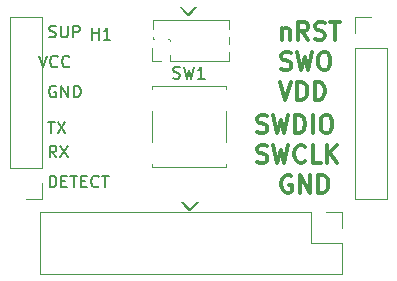
<source format=gto>
%TF.GenerationSoftware,KiCad,Pcbnew,7.0.1*%
%TF.CreationDate,2023-05-29T15:36:50+02:00*%
%TF.ProjectId,stlink-converter,73746c69-6e6b-42d6-936f-6e7665727465,rev?*%
%TF.SameCoordinates,Original*%
%TF.FileFunction,Legend,Top*%
%TF.FilePolarity,Positive*%
%FSLAX46Y46*%
G04 Gerber Fmt 4.6, Leading zero omitted, Abs format (unit mm)*
G04 Created by KiCad (PCBNEW 7.0.1) date 2023-05-29 15:36:50*
%MOMM*%
%LPD*%
G01*
G04 APERTURE LIST*
%ADD10C,0.200000*%
%ADD11C,0.300000*%
%ADD12C,0.150000*%
%ADD13C,0.120000*%
G04 APERTURE END LIST*
D10*
X97266095Y-82935619D02*
X97266095Y-81935619D01*
X97266095Y-81935619D02*
X97504190Y-81935619D01*
X97504190Y-81935619D02*
X97647047Y-81983238D01*
X97647047Y-81983238D02*
X97742285Y-82078476D01*
X97742285Y-82078476D02*
X97789904Y-82173714D01*
X97789904Y-82173714D02*
X97837523Y-82364190D01*
X97837523Y-82364190D02*
X97837523Y-82507047D01*
X97837523Y-82507047D02*
X97789904Y-82697523D01*
X97789904Y-82697523D02*
X97742285Y-82792761D01*
X97742285Y-82792761D02*
X97647047Y-82888000D01*
X97647047Y-82888000D02*
X97504190Y-82935619D01*
X97504190Y-82935619D02*
X97266095Y-82935619D01*
X98266095Y-82411809D02*
X98599428Y-82411809D01*
X98742285Y-82935619D02*
X98266095Y-82935619D01*
X98266095Y-82935619D02*
X98266095Y-81935619D01*
X98266095Y-81935619D02*
X98742285Y-81935619D01*
X99028000Y-81935619D02*
X99599428Y-81935619D01*
X99313714Y-82935619D02*
X99313714Y-81935619D01*
X99932762Y-82411809D02*
X100266095Y-82411809D01*
X100408952Y-82935619D02*
X99932762Y-82935619D01*
X99932762Y-82935619D02*
X99932762Y-81935619D01*
X99932762Y-81935619D02*
X100408952Y-81935619D01*
X101408952Y-82840380D02*
X101361333Y-82888000D01*
X101361333Y-82888000D02*
X101218476Y-82935619D01*
X101218476Y-82935619D02*
X101123238Y-82935619D01*
X101123238Y-82935619D02*
X100980381Y-82888000D01*
X100980381Y-82888000D02*
X100885143Y-82792761D01*
X100885143Y-82792761D02*
X100837524Y-82697523D01*
X100837524Y-82697523D02*
X100789905Y-82507047D01*
X100789905Y-82507047D02*
X100789905Y-82364190D01*
X100789905Y-82364190D02*
X100837524Y-82173714D01*
X100837524Y-82173714D02*
X100885143Y-82078476D01*
X100885143Y-82078476D02*
X100980381Y-81983238D01*
X100980381Y-81983238D02*
X101123238Y-81935619D01*
X101123238Y-81935619D02*
X101218476Y-81935619D01*
X101218476Y-81935619D02*
X101361333Y-81983238D01*
X101361333Y-81983238D02*
X101408952Y-82030857D01*
X101694667Y-81935619D02*
X102266095Y-81935619D01*
X101980381Y-82935619D02*
X101980381Y-81935619D01*
X97789904Y-74363238D02*
X97694666Y-74315619D01*
X97694666Y-74315619D02*
X97551809Y-74315619D01*
X97551809Y-74315619D02*
X97408952Y-74363238D01*
X97408952Y-74363238D02*
X97313714Y-74458476D01*
X97313714Y-74458476D02*
X97266095Y-74553714D01*
X97266095Y-74553714D02*
X97218476Y-74744190D01*
X97218476Y-74744190D02*
X97218476Y-74887047D01*
X97218476Y-74887047D02*
X97266095Y-75077523D01*
X97266095Y-75077523D02*
X97313714Y-75172761D01*
X97313714Y-75172761D02*
X97408952Y-75268000D01*
X97408952Y-75268000D02*
X97551809Y-75315619D01*
X97551809Y-75315619D02*
X97647047Y-75315619D01*
X97647047Y-75315619D02*
X97789904Y-75268000D01*
X97789904Y-75268000D02*
X97837523Y-75220380D01*
X97837523Y-75220380D02*
X97837523Y-74887047D01*
X97837523Y-74887047D02*
X97647047Y-74887047D01*
X98266095Y-75315619D02*
X98266095Y-74315619D01*
X98266095Y-74315619D02*
X98837523Y-75315619D01*
X98837523Y-75315619D02*
X98837523Y-74315619D01*
X99313714Y-75315619D02*
X99313714Y-74315619D01*
X99313714Y-74315619D02*
X99551809Y-74315619D01*
X99551809Y-74315619D02*
X99694666Y-74363238D01*
X99694666Y-74363238D02*
X99789904Y-74458476D01*
X99789904Y-74458476D02*
X99837523Y-74553714D01*
X99837523Y-74553714D02*
X99885142Y-74744190D01*
X99885142Y-74744190D02*
X99885142Y-74887047D01*
X99885142Y-74887047D02*
X99837523Y-75077523D01*
X99837523Y-75077523D02*
X99789904Y-75172761D01*
X99789904Y-75172761D02*
X99694666Y-75268000D01*
X99694666Y-75268000D02*
X99551809Y-75315619D01*
X99551809Y-75315619D02*
X99313714Y-75315619D01*
X96361238Y-71775619D02*
X96694571Y-72775619D01*
X96694571Y-72775619D02*
X97027904Y-71775619D01*
X97932666Y-72680380D02*
X97885047Y-72728000D01*
X97885047Y-72728000D02*
X97742190Y-72775619D01*
X97742190Y-72775619D02*
X97646952Y-72775619D01*
X97646952Y-72775619D02*
X97504095Y-72728000D01*
X97504095Y-72728000D02*
X97408857Y-72632761D01*
X97408857Y-72632761D02*
X97361238Y-72537523D01*
X97361238Y-72537523D02*
X97313619Y-72347047D01*
X97313619Y-72347047D02*
X97313619Y-72204190D01*
X97313619Y-72204190D02*
X97361238Y-72013714D01*
X97361238Y-72013714D02*
X97408857Y-71918476D01*
X97408857Y-71918476D02*
X97504095Y-71823238D01*
X97504095Y-71823238D02*
X97646952Y-71775619D01*
X97646952Y-71775619D02*
X97742190Y-71775619D01*
X97742190Y-71775619D02*
X97885047Y-71823238D01*
X97885047Y-71823238D02*
X97932666Y-71870857D01*
X98932666Y-72680380D02*
X98885047Y-72728000D01*
X98885047Y-72728000D02*
X98742190Y-72775619D01*
X98742190Y-72775619D02*
X98646952Y-72775619D01*
X98646952Y-72775619D02*
X98504095Y-72728000D01*
X98504095Y-72728000D02*
X98408857Y-72632761D01*
X98408857Y-72632761D02*
X98361238Y-72537523D01*
X98361238Y-72537523D02*
X98313619Y-72347047D01*
X98313619Y-72347047D02*
X98313619Y-72204190D01*
X98313619Y-72204190D02*
X98361238Y-72013714D01*
X98361238Y-72013714D02*
X98408857Y-71918476D01*
X98408857Y-71918476D02*
X98504095Y-71823238D01*
X98504095Y-71823238D02*
X98646952Y-71775619D01*
X98646952Y-71775619D02*
X98742190Y-71775619D01*
X98742190Y-71775619D02*
X98885047Y-71823238D01*
X98885047Y-71823238D02*
X98932666Y-71870857D01*
X97837523Y-80395619D02*
X97504190Y-79919428D01*
X97266095Y-80395619D02*
X97266095Y-79395619D01*
X97266095Y-79395619D02*
X97647047Y-79395619D01*
X97647047Y-79395619D02*
X97742285Y-79443238D01*
X97742285Y-79443238D02*
X97789904Y-79490857D01*
X97789904Y-79490857D02*
X97837523Y-79586095D01*
X97837523Y-79586095D02*
X97837523Y-79728952D01*
X97837523Y-79728952D02*
X97789904Y-79824190D01*
X97789904Y-79824190D02*
X97742285Y-79871809D01*
X97742285Y-79871809D02*
X97647047Y-79919428D01*
X97647047Y-79919428D02*
X97266095Y-79919428D01*
X98170857Y-79395619D02*
X98837523Y-80395619D01*
X98837523Y-79395619D02*
X98170857Y-80395619D01*
X97123238Y-77363619D02*
X97694666Y-77363619D01*
X97408952Y-78363619D02*
X97408952Y-77363619D01*
X97932762Y-77363619D02*
X98599428Y-78363619D01*
X98599428Y-77363619D02*
X97932762Y-78363619D01*
X97218476Y-70188000D02*
X97361333Y-70235619D01*
X97361333Y-70235619D02*
X97599428Y-70235619D01*
X97599428Y-70235619D02*
X97694666Y-70188000D01*
X97694666Y-70188000D02*
X97742285Y-70140380D01*
X97742285Y-70140380D02*
X97789904Y-70045142D01*
X97789904Y-70045142D02*
X97789904Y-69949904D01*
X97789904Y-69949904D02*
X97742285Y-69854666D01*
X97742285Y-69854666D02*
X97694666Y-69807047D01*
X97694666Y-69807047D02*
X97599428Y-69759428D01*
X97599428Y-69759428D02*
X97408952Y-69711809D01*
X97408952Y-69711809D02*
X97313714Y-69664190D01*
X97313714Y-69664190D02*
X97266095Y-69616571D01*
X97266095Y-69616571D02*
X97218476Y-69521333D01*
X97218476Y-69521333D02*
X97218476Y-69426095D01*
X97218476Y-69426095D02*
X97266095Y-69330857D01*
X97266095Y-69330857D02*
X97313714Y-69283238D01*
X97313714Y-69283238D02*
X97408952Y-69235619D01*
X97408952Y-69235619D02*
X97647047Y-69235619D01*
X97647047Y-69235619D02*
X97789904Y-69283238D01*
X98218476Y-69235619D02*
X98218476Y-70045142D01*
X98218476Y-70045142D02*
X98266095Y-70140380D01*
X98266095Y-70140380D02*
X98313714Y-70188000D01*
X98313714Y-70188000D02*
X98408952Y-70235619D01*
X98408952Y-70235619D02*
X98599428Y-70235619D01*
X98599428Y-70235619D02*
X98694666Y-70188000D01*
X98694666Y-70188000D02*
X98742285Y-70140380D01*
X98742285Y-70140380D02*
X98789904Y-70045142D01*
X98789904Y-70045142D02*
X98789904Y-69235619D01*
X99266095Y-70235619D02*
X99266095Y-69235619D01*
X99266095Y-69235619D02*
X99647047Y-69235619D01*
X99647047Y-69235619D02*
X99742285Y-69283238D01*
X99742285Y-69283238D02*
X99789904Y-69330857D01*
X99789904Y-69330857D02*
X99837523Y-69426095D01*
X99837523Y-69426095D02*
X99837523Y-69568952D01*
X99837523Y-69568952D02*
X99789904Y-69664190D01*
X99789904Y-69664190D02*
X99742285Y-69711809D01*
X99742285Y-69711809D02*
X99647047Y-69759428D01*
X99647047Y-69759428D02*
X99266095Y-69759428D01*
D11*
X117728857Y-81953857D02*
X117586000Y-81882428D01*
X117586000Y-81882428D02*
X117371714Y-81882428D01*
X117371714Y-81882428D02*
X117157428Y-81953857D01*
X117157428Y-81953857D02*
X117014571Y-82096714D01*
X117014571Y-82096714D02*
X116943142Y-82239571D01*
X116943142Y-82239571D02*
X116871714Y-82525285D01*
X116871714Y-82525285D02*
X116871714Y-82739571D01*
X116871714Y-82739571D02*
X116943142Y-83025285D01*
X116943142Y-83025285D02*
X117014571Y-83168142D01*
X117014571Y-83168142D02*
X117157428Y-83311000D01*
X117157428Y-83311000D02*
X117371714Y-83382428D01*
X117371714Y-83382428D02*
X117514571Y-83382428D01*
X117514571Y-83382428D02*
X117728857Y-83311000D01*
X117728857Y-83311000D02*
X117800285Y-83239571D01*
X117800285Y-83239571D02*
X117800285Y-82739571D01*
X117800285Y-82739571D02*
X117514571Y-82739571D01*
X118443142Y-83382428D02*
X118443142Y-81882428D01*
X118443142Y-81882428D02*
X119300285Y-83382428D01*
X119300285Y-83382428D02*
X119300285Y-81882428D01*
X120014571Y-83382428D02*
X120014571Y-81882428D01*
X120014571Y-81882428D02*
X120371714Y-81882428D01*
X120371714Y-81882428D02*
X120586000Y-81953857D01*
X120586000Y-81953857D02*
X120728857Y-82096714D01*
X120728857Y-82096714D02*
X120800286Y-82239571D01*
X120800286Y-82239571D02*
X120871714Y-82525285D01*
X120871714Y-82525285D02*
X120871714Y-82739571D01*
X120871714Y-82739571D02*
X120800286Y-83025285D01*
X120800286Y-83025285D02*
X120728857Y-83168142D01*
X120728857Y-83168142D02*
X120586000Y-83311000D01*
X120586000Y-83311000D02*
X120371714Y-83382428D01*
X120371714Y-83382428D02*
X120014571Y-83382428D01*
X114839714Y-80771000D02*
X115054000Y-80842428D01*
X115054000Y-80842428D02*
X115411142Y-80842428D01*
X115411142Y-80842428D02*
X115554000Y-80771000D01*
X115554000Y-80771000D02*
X115625428Y-80699571D01*
X115625428Y-80699571D02*
X115696857Y-80556714D01*
X115696857Y-80556714D02*
X115696857Y-80413857D01*
X115696857Y-80413857D02*
X115625428Y-80271000D01*
X115625428Y-80271000D02*
X115554000Y-80199571D01*
X115554000Y-80199571D02*
X115411142Y-80128142D01*
X115411142Y-80128142D02*
X115125428Y-80056714D01*
X115125428Y-80056714D02*
X114982571Y-79985285D01*
X114982571Y-79985285D02*
X114911142Y-79913857D01*
X114911142Y-79913857D02*
X114839714Y-79771000D01*
X114839714Y-79771000D02*
X114839714Y-79628142D01*
X114839714Y-79628142D02*
X114911142Y-79485285D01*
X114911142Y-79485285D02*
X114982571Y-79413857D01*
X114982571Y-79413857D02*
X115125428Y-79342428D01*
X115125428Y-79342428D02*
X115482571Y-79342428D01*
X115482571Y-79342428D02*
X115696857Y-79413857D01*
X116196856Y-79342428D02*
X116553999Y-80842428D01*
X116553999Y-80842428D02*
X116839713Y-79771000D01*
X116839713Y-79771000D02*
X117125428Y-80842428D01*
X117125428Y-80842428D02*
X117482571Y-79342428D01*
X118911142Y-80699571D02*
X118839714Y-80771000D01*
X118839714Y-80771000D02*
X118625428Y-80842428D01*
X118625428Y-80842428D02*
X118482571Y-80842428D01*
X118482571Y-80842428D02*
X118268285Y-80771000D01*
X118268285Y-80771000D02*
X118125428Y-80628142D01*
X118125428Y-80628142D02*
X118053999Y-80485285D01*
X118053999Y-80485285D02*
X117982571Y-80199571D01*
X117982571Y-80199571D02*
X117982571Y-79985285D01*
X117982571Y-79985285D02*
X118053999Y-79699571D01*
X118053999Y-79699571D02*
X118125428Y-79556714D01*
X118125428Y-79556714D02*
X118268285Y-79413857D01*
X118268285Y-79413857D02*
X118482571Y-79342428D01*
X118482571Y-79342428D02*
X118625428Y-79342428D01*
X118625428Y-79342428D02*
X118839714Y-79413857D01*
X118839714Y-79413857D02*
X118911142Y-79485285D01*
X120268285Y-80842428D02*
X119553999Y-80842428D01*
X119553999Y-80842428D02*
X119553999Y-79342428D01*
X120768285Y-80842428D02*
X120768285Y-79342428D01*
X121625428Y-80842428D02*
X120982571Y-79985285D01*
X121625428Y-79342428D02*
X120768285Y-80199571D01*
X114839714Y-78231000D02*
X115054000Y-78302428D01*
X115054000Y-78302428D02*
X115411142Y-78302428D01*
X115411142Y-78302428D02*
X115554000Y-78231000D01*
X115554000Y-78231000D02*
X115625428Y-78159571D01*
X115625428Y-78159571D02*
X115696857Y-78016714D01*
X115696857Y-78016714D02*
X115696857Y-77873857D01*
X115696857Y-77873857D02*
X115625428Y-77731000D01*
X115625428Y-77731000D02*
X115554000Y-77659571D01*
X115554000Y-77659571D02*
X115411142Y-77588142D01*
X115411142Y-77588142D02*
X115125428Y-77516714D01*
X115125428Y-77516714D02*
X114982571Y-77445285D01*
X114982571Y-77445285D02*
X114911142Y-77373857D01*
X114911142Y-77373857D02*
X114839714Y-77231000D01*
X114839714Y-77231000D02*
X114839714Y-77088142D01*
X114839714Y-77088142D02*
X114911142Y-76945285D01*
X114911142Y-76945285D02*
X114982571Y-76873857D01*
X114982571Y-76873857D02*
X115125428Y-76802428D01*
X115125428Y-76802428D02*
X115482571Y-76802428D01*
X115482571Y-76802428D02*
X115696857Y-76873857D01*
X116196856Y-76802428D02*
X116553999Y-78302428D01*
X116553999Y-78302428D02*
X116839713Y-77231000D01*
X116839713Y-77231000D02*
X117125428Y-78302428D01*
X117125428Y-78302428D02*
X117482571Y-76802428D01*
X118053999Y-78302428D02*
X118053999Y-76802428D01*
X118053999Y-76802428D02*
X118411142Y-76802428D01*
X118411142Y-76802428D02*
X118625428Y-76873857D01*
X118625428Y-76873857D02*
X118768285Y-77016714D01*
X118768285Y-77016714D02*
X118839714Y-77159571D01*
X118839714Y-77159571D02*
X118911142Y-77445285D01*
X118911142Y-77445285D02*
X118911142Y-77659571D01*
X118911142Y-77659571D02*
X118839714Y-77945285D01*
X118839714Y-77945285D02*
X118768285Y-78088142D01*
X118768285Y-78088142D02*
X118625428Y-78231000D01*
X118625428Y-78231000D02*
X118411142Y-78302428D01*
X118411142Y-78302428D02*
X118053999Y-78302428D01*
X119553999Y-78302428D02*
X119553999Y-76802428D01*
X120554000Y-76802428D02*
X120839714Y-76802428D01*
X120839714Y-76802428D02*
X120982571Y-76873857D01*
X120982571Y-76873857D02*
X121125428Y-77016714D01*
X121125428Y-77016714D02*
X121196857Y-77302428D01*
X121196857Y-77302428D02*
X121196857Y-77802428D01*
X121196857Y-77802428D02*
X121125428Y-78088142D01*
X121125428Y-78088142D02*
X120982571Y-78231000D01*
X120982571Y-78231000D02*
X120839714Y-78302428D01*
X120839714Y-78302428D02*
X120554000Y-78302428D01*
X120554000Y-78302428D02*
X120411143Y-78231000D01*
X120411143Y-78231000D02*
X120268285Y-78088142D01*
X120268285Y-78088142D02*
X120196857Y-77802428D01*
X120196857Y-77802428D02*
X120196857Y-77302428D01*
X120196857Y-77302428D02*
X120268285Y-77016714D01*
X120268285Y-77016714D02*
X120411143Y-76873857D01*
X120411143Y-76873857D02*
X120554000Y-76802428D01*
X116728857Y-74008428D02*
X117228857Y-75508428D01*
X117228857Y-75508428D02*
X117728857Y-74008428D01*
X118228856Y-75508428D02*
X118228856Y-74008428D01*
X118228856Y-74008428D02*
X118585999Y-74008428D01*
X118585999Y-74008428D02*
X118800285Y-74079857D01*
X118800285Y-74079857D02*
X118943142Y-74222714D01*
X118943142Y-74222714D02*
X119014571Y-74365571D01*
X119014571Y-74365571D02*
X119085999Y-74651285D01*
X119085999Y-74651285D02*
X119085999Y-74865571D01*
X119085999Y-74865571D02*
X119014571Y-75151285D01*
X119014571Y-75151285D02*
X118943142Y-75294142D01*
X118943142Y-75294142D02*
X118800285Y-75437000D01*
X118800285Y-75437000D02*
X118585999Y-75508428D01*
X118585999Y-75508428D02*
X118228856Y-75508428D01*
X119728856Y-75508428D02*
X119728856Y-74008428D01*
X119728856Y-74008428D02*
X120085999Y-74008428D01*
X120085999Y-74008428D02*
X120300285Y-74079857D01*
X120300285Y-74079857D02*
X120443142Y-74222714D01*
X120443142Y-74222714D02*
X120514571Y-74365571D01*
X120514571Y-74365571D02*
X120585999Y-74651285D01*
X120585999Y-74651285D02*
X120585999Y-74865571D01*
X120585999Y-74865571D02*
X120514571Y-75151285D01*
X120514571Y-75151285D02*
X120443142Y-75294142D01*
X120443142Y-75294142D02*
X120300285Y-75437000D01*
X120300285Y-75437000D02*
X120085999Y-75508428D01*
X120085999Y-75508428D02*
X119728856Y-75508428D01*
X116871714Y-72897000D02*
X117086000Y-72968428D01*
X117086000Y-72968428D02*
X117443142Y-72968428D01*
X117443142Y-72968428D02*
X117586000Y-72897000D01*
X117586000Y-72897000D02*
X117657428Y-72825571D01*
X117657428Y-72825571D02*
X117728857Y-72682714D01*
X117728857Y-72682714D02*
X117728857Y-72539857D01*
X117728857Y-72539857D02*
X117657428Y-72397000D01*
X117657428Y-72397000D02*
X117586000Y-72325571D01*
X117586000Y-72325571D02*
X117443142Y-72254142D01*
X117443142Y-72254142D02*
X117157428Y-72182714D01*
X117157428Y-72182714D02*
X117014571Y-72111285D01*
X117014571Y-72111285D02*
X116943142Y-72039857D01*
X116943142Y-72039857D02*
X116871714Y-71897000D01*
X116871714Y-71897000D02*
X116871714Y-71754142D01*
X116871714Y-71754142D02*
X116943142Y-71611285D01*
X116943142Y-71611285D02*
X117014571Y-71539857D01*
X117014571Y-71539857D02*
X117157428Y-71468428D01*
X117157428Y-71468428D02*
X117514571Y-71468428D01*
X117514571Y-71468428D02*
X117728857Y-71539857D01*
X118228856Y-71468428D02*
X118585999Y-72968428D01*
X118585999Y-72968428D02*
X118871713Y-71897000D01*
X118871713Y-71897000D02*
X119157428Y-72968428D01*
X119157428Y-72968428D02*
X119514571Y-71468428D01*
X120371714Y-71468428D02*
X120657428Y-71468428D01*
X120657428Y-71468428D02*
X120800285Y-71539857D01*
X120800285Y-71539857D02*
X120943142Y-71682714D01*
X120943142Y-71682714D02*
X121014571Y-71968428D01*
X121014571Y-71968428D02*
X121014571Y-72468428D01*
X121014571Y-72468428D02*
X120943142Y-72754142D01*
X120943142Y-72754142D02*
X120800285Y-72897000D01*
X120800285Y-72897000D02*
X120657428Y-72968428D01*
X120657428Y-72968428D02*
X120371714Y-72968428D01*
X120371714Y-72968428D02*
X120228857Y-72897000D01*
X120228857Y-72897000D02*
X120085999Y-72754142D01*
X120085999Y-72754142D02*
X120014571Y-72468428D01*
X120014571Y-72468428D02*
X120014571Y-71968428D01*
X120014571Y-71968428D02*
X120085999Y-71682714D01*
X120085999Y-71682714D02*
X120228857Y-71539857D01*
X120228857Y-71539857D02*
X120371714Y-71468428D01*
X116943142Y-69428428D02*
X116943142Y-70428428D01*
X116943142Y-69571285D02*
X117014571Y-69499857D01*
X117014571Y-69499857D02*
X117157428Y-69428428D01*
X117157428Y-69428428D02*
X117371714Y-69428428D01*
X117371714Y-69428428D02*
X117514571Y-69499857D01*
X117514571Y-69499857D02*
X117586000Y-69642714D01*
X117586000Y-69642714D02*
X117586000Y-70428428D01*
X119157428Y-70428428D02*
X118657428Y-69714142D01*
X118300285Y-70428428D02*
X118300285Y-68928428D01*
X118300285Y-68928428D02*
X118871714Y-68928428D01*
X118871714Y-68928428D02*
X119014571Y-68999857D01*
X119014571Y-68999857D02*
X119086000Y-69071285D01*
X119086000Y-69071285D02*
X119157428Y-69214142D01*
X119157428Y-69214142D02*
X119157428Y-69428428D01*
X119157428Y-69428428D02*
X119086000Y-69571285D01*
X119086000Y-69571285D02*
X119014571Y-69642714D01*
X119014571Y-69642714D02*
X118871714Y-69714142D01*
X118871714Y-69714142D02*
X118300285Y-69714142D01*
X119728857Y-70357000D02*
X119943143Y-70428428D01*
X119943143Y-70428428D02*
X120300285Y-70428428D01*
X120300285Y-70428428D02*
X120443143Y-70357000D01*
X120443143Y-70357000D02*
X120514571Y-70285571D01*
X120514571Y-70285571D02*
X120586000Y-70142714D01*
X120586000Y-70142714D02*
X120586000Y-69999857D01*
X120586000Y-69999857D02*
X120514571Y-69857000D01*
X120514571Y-69857000D02*
X120443143Y-69785571D01*
X120443143Y-69785571D02*
X120300285Y-69714142D01*
X120300285Y-69714142D02*
X120014571Y-69642714D01*
X120014571Y-69642714D02*
X119871714Y-69571285D01*
X119871714Y-69571285D02*
X119800285Y-69499857D01*
X119800285Y-69499857D02*
X119728857Y-69357000D01*
X119728857Y-69357000D02*
X119728857Y-69214142D01*
X119728857Y-69214142D02*
X119800285Y-69071285D01*
X119800285Y-69071285D02*
X119871714Y-68999857D01*
X119871714Y-68999857D02*
X120014571Y-68928428D01*
X120014571Y-68928428D02*
X120371714Y-68928428D01*
X120371714Y-68928428D02*
X120586000Y-68999857D01*
X121014571Y-68928428D02*
X121871714Y-68928428D01*
X121443142Y-70428428D02*
X121443142Y-68928428D01*
D12*
G36*
X109013332Y-84953363D02*
G01*
X108387094Y-84203049D01*
X108631337Y-84203049D01*
X109135454Y-84735010D01*
X109638106Y-84203049D01*
X109882837Y-84203049D01*
X109256598Y-84953363D01*
X109013332Y-84953363D01*
G37*
G36*
X108886332Y-68443363D02*
G01*
X108260094Y-67693049D01*
X108504337Y-67693049D01*
X109008454Y-68225010D01*
X109511106Y-67693049D01*
X109755837Y-67693049D01*
X109129598Y-68443363D01*
X108886332Y-68443363D01*
G37*
%TO.C,H1*%
X100838095Y-70414619D02*
X100838095Y-69414619D01*
X100838095Y-69890809D02*
X101409523Y-69890809D01*
X101409523Y-70414619D02*
X101409523Y-69414619D01*
X102409523Y-70414619D02*
X101838095Y-70414619D01*
X102123809Y-70414619D02*
X102123809Y-69414619D01*
X102123809Y-69414619D02*
X102028571Y-69557476D01*
X102028571Y-69557476D02*
X101933333Y-69652714D01*
X101933333Y-69652714D02*
X101838095Y-69700333D01*
%TO.C,SW1*%
X107721667Y-73675000D02*
X107864524Y-73722619D01*
X107864524Y-73722619D02*
X108102619Y-73722619D01*
X108102619Y-73722619D02*
X108197857Y-73675000D01*
X108197857Y-73675000D02*
X108245476Y-73627380D01*
X108245476Y-73627380D02*
X108293095Y-73532142D01*
X108293095Y-73532142D02*
X108293095Y-73436904D01*
X108293095Y-73436904D02*
X108245476Y-73341666D01*
X108245476Y-73341666D02*
X108197857Y-73294047D01*
X108197857Y-73294047D02*
X108102619Y-73246428D01*
X108102619Y-73246428D02*
X107912143Y-73198809D01*
X107912143Y-73198809D02*
X107816905Y-73151190D01*
X107816905Y-73151190D02*
X107769286Y-73103571D01*
X107769286Y-73103571D02*
X107721667Y-73008333D01*
X107721667Y-73008333D02*
X107721667Y-72913095D01*
X107721667Y-72913095D02*
X107769286Y-72817857D01*
X107769286Y-72817857D02*
X107816905Y-72770238D01*
X107816905Y-72770238D02*
X107912143Y-72722619D01*
X107912143Y-72722619D02*
X108150238Y-72722619D01*
X108150238Y-72722619D02*
X108293095Y-72770238D01*
X108626429Y-72722619D02*
X108864524Y-73722619D01*
X108864524Y-73722619D02*
X109055000Y-73008333D01*
X109055000Y-73008333D02*
X109245476Y-73722619D01*
X109245476Y-73722619D02*
X109483572Y-72722619D01*
X110388333Y-73722619D02*
X109816905Y-73722619D01*
X110102619Y-73722619D02*
X110102619Y-72722619D01*
X110102619Y-72722619D02*
X110007381Y-72865476D01*
X110007381Y-72865476D02*
X109912143Y-72960714D01*
X109912143Y-72960714D02*
X109816905Y-73008333D01*
D13*
%TO.C,J3*%
X105985000Y-70360000D02*
X105985000Y-70157530D01*
X106116529Y-70360000D02*
X105985000Y-70360000D01*
X107440000Y-72250000D02*
X112455000Y-72250000D01*
X105985000Y-68720000D02*
X112455000Y-68720000D01*
X105920000Y-72250000D02*
X105920000Y-71120000D01*
X107386529Y-70360000D02*
X107243471Y-70360000D01*
X106680000Y-72250000D02*
X105920000Y-72250000D01*
X107440000Y-72250000D02*
X107440000Y-71683471D01*
X112455000Y-72250000D02*
X112455000Y-71427530D01*
X107440000Y-70556529D02*
X107440000Y-70413471D01*
X112455000Y-69542470D02*
X112455000Y-68720000D01*
X105985000Y-69542470D02*
X105985000Y-68720000D01*
X112455000Y-70812470D02*
X112455000Y-70157530D01*
%TO.C,J1*%
X119380000Y-87630000D02*
X121980000Y-87630000D01*
X119380000Y-85030000D02*
X96460000Y-85030000D01*
X121980000Y-85030000D02*
X121980000Y-86360000D01*
X96460000Y-85030000D02*
X96460000Y-90230000D01*
X121980000Y-87630000D02*
X121980000Y-90230000D01*
X120650000Y-85030000D02*
X121980000Y-85030000D01*
X119380000Y-85030000D02*
X119380000Y-87630000D01*
X121980000Y-90230000D02*
X96460000Y-90230000D01*
%TO.C,SW1*%
X112205000Y-80960000D02*
X112205000Y-81210000D01*
X105905000Y-79060000D02*
X105905000Y-76460000D01*
X105905000Y-81210000D02*
X105905000Y-80960000D01*
X105905000Y-74560000D02*
X105905000Y-74310000D01*
X112205000Y-81210000D02*
X105905000Y-81210000D01*
X112205000Y-74310000D02*
X112205000Y-74560000D01*
X105905000Y-74310000D02*
X112205000Y-74310000D01*
X112205000Y-76460000D02*
X112205000Y-79060000D01*
%TO.C,J4*%
X123130000Y-71120000D02*
X123130000Y-83880000D01*
X123130000Y-69850000D02*
X123130000Y-68520000D01*
X123130000Y-68520000D02*
X124460000Y-68520000D01*
X123130000Y-71120000D02*
X125790000Y-71120000D01*
X123130000Y-83880000D02*
X125790000Y-83880000D01*
X125790000Y-71120000D02*
X125790000Y-83880000D01*
%TO.C,J2*%
X93920000Y-81280000D02*
X93920000Y-68520000D01*
X96580000Y-68520000D02*
X93920000Y-68520000D01*
X96580000Y-81280000D02*
X93920000Y-81280000D01*
X96580000Y-83880000D02*
X95250000Y-83880000D01*
X96580000Y-82550000D02*
X96580000Y-83880000D01*
X96580000Y-81280000D02*
X96580000Y-68520000D01*
%TD*%
M02*

</source>
